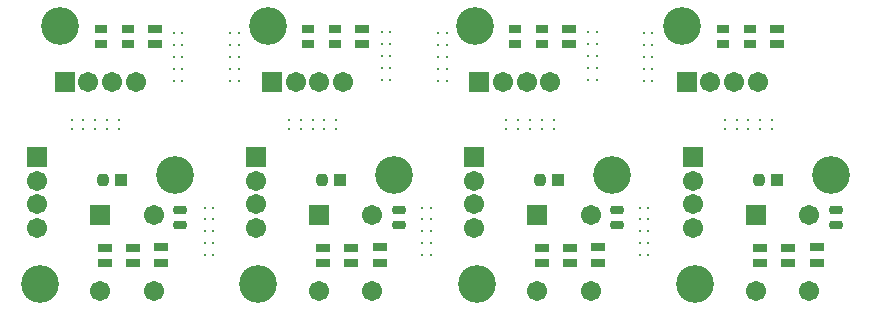
<source format=gts>
G04*
G04 #@! TF.GenerationSoftware,Altium Limited,Altium Designer,20.1.8 (145)*
G04*
G04 Layer_Color=8388736*
%FSLAX25Y25*%
%MOIN*%
G70*
G04*
G04 #@! TF.SameCoordinates,412804ED-27A4-4B33-A170-4839FA9A990F*
G04*
G04*
G04 #@! TF.FilePolarity,Negative*
G04*
G01*
G75*
%ADD28R,0.04540X0.02769*%
G04:AMPARAMS|DCode=29|XSize=27.69mil|YSize=45.4mil|CornerRadius=8.92mil|HoleSize=0mil|Usage=FLASHONLY|Rotation=270.000|XOffset=0mil|YOffset=0mil|HoleType=Round|Shape=RoundedRectangle|*
%AMROUNDEDRECTD29*
21,1,0.02769,0.02756,0,0,270.0*
21,1,0.00984,0.04540,0,0,270.0*
1,1,0.01784,-0.01378,-0.00492*
1,1,0.01784,-0.01378,0.00492*
1,1,0.01784,0.01378,0.00492*
1,1,0.01784,0.01378,-0.00492*
%
%ADD29ROUNDEDRECTD29*%
G04:AMPARAMS|DCode=30|XSize=39.5mil|YSize=39.5mil|CornerRadius=11.87mil|HoleSize=0mil|Usage=FLASHONLY|Rotation=0.000|XOffset=0mil|YOffset=0mil|HoleType=Round|Shape=RoundedRectangle|*
%AMROUNDEDRECTD30*
21,1,0.03950,0.01575,0,0,0.0*
21,1,0.01575,0.03950,0,0,0.0*
1,1,0.02375,0.00787,-0.00787*
1,1,0.02375,-0.00787,-0.00787*
1,1,0.02375,-0.00787,0.00787*
1,1,0.02375,0.00787,0.00787*
%
%ADD30ROUNDEDRECTD30*%
%ADD31R,0.03950X0.03950*%
%ADD32R,0.04343X0.02769*%
%ADD33C,0.00922*%
%ADD34C,0.00800*%
%ADD35C,0.12611*%
%ADD36C,0.06706*%
%ADD37R,0.06706X0.06706*%
%ADD38R,0.06706X0.06706*%
D28*
X54894Y15114D02*
D03*
Y20232D02*
D03*
X35996Y20126D02*
D03*
Y15008D02*
D03*
X45445Y15008D02*
D03*
Y20126D02*
D03*
X127728Y15114D02*
D03*
Y20232D02*
D03*
X108831Y20126D02*
D03*
Y15008D02*
D03*
X118280Y15008D02*
D03*
Y20126D02*
D03*
X200563Y15114D02*
D03*
Y20232D02*
D03*
X181665Y20126D02*
D03*
Y15008D02*
D03*
X191114Y15008D02*
D03*
Y20126D02*
D03*
X273398Y15114D02*
D03*
Y20232D02*
D03*
X254500Y20126D02*
D03*
Y15008D02*
D03*
X263949Y15008D02*
D03*
Y20126D02*
D03*
X260067Y87933D02*
D03*
Y93051D02*
D03*
X190945Y87933D02*
D03*
Y93051D02*
D03*
X121823Y87933D02*
D03*
Y93051D02*
D03*
X52701Y87933D02*
D03*
Y93051D02*
D03*
D29*
X61193Y32651D02*
D03*
Y27533D02*
D03*
X134028Y32651D02*
D03*
Y27533D02*
D03*
X206862Y32651D02*
D03*
Y27533D02*
D03*
X279697Y32651D02*
D03*
Y27533D02*
D03*
D30*
X35602Y42764D02*
D03*
X108437D02*
D03*
X181272D02*
D03*
X254106D02*
D03*
D31*
X41508D02*
D03*
X114342D02*
D03*
X187177D02*
D03*
X260012D02*
D03*
D32*
X242067Y93051D02*
D03*
Y87933D02*
D03*
X251067Y93051D02*
D03*
Y87933D02*
D03*
X172945Y93051D02*
D03*
Y87933D02*
D03*
X181945Y93051D02*
D03*
Y87933D02*
D03*
X103823Y93051D02*
D03*
Y87933D02*
D03*
X112823Y93051D02*
D03*
Y87933D02*
D03*
X34701Y93051D02*
D03*
Y87933D02*
D03*
X43701Y93051D02*
D03*
Y87933D02*
D03*
D33*
X215748Y79724D02*
D03*
Y83661D02*
D03*
Y91535D02*
D03*
Y87598D02*
D03*
X218504D02*
D03*
Y91535D02*
D03*
Y83661D02*
D03*
Y79724D02*
D03*
X197244Y80118D02*
D03*
Y84055D02*
D03*
Y91929D02*
D03*
Y87992D02*
D03*
X200000D02*
D03*
Y91929D02*
D03*
Y84055D02*
D03*
Y80118D02*
D03*
X147244Y79724D02*
D03*
Y83661D02*
D03*
Y91535D02*
D03*
Y87598D02*
D03*
X150000D02*
D03*
Y91535D02*
D03*
Y83661D02*
D03*
Y79724D02*
D03*
X128347Y80118D02*
D03*
Y84055D02*
D03*
Y91929D02*
D03*
Y87992D02*
D03*
X131102D02*
D03*
Y91929D02*
D03*
Y84055D02*
D03*
Y80118D02*
D03*
X77953Y79724D02*
D03*
Y83661D02*
D03*
Y91535D02*
D03*
Y87598D02*
D03*
X80709D02*
D03*
Y91535D02*
D03*
Y83661D02*
D03*
Y79724D02*
D03*
X61811D02*
D03*
Y83661D02*
D03*
Y91535D02*
D03*
Y87598D02*
D03*
X59055D02*
D03*
Y91535D02*
D03*
Y83661D02*
D03*
Y79724D02*
D03*
X254528Y59842D02*
D03*
X250591D02*
D03*
X242717D02*
D03*
X246654D02*
D03*
Y62598D02*
D03*
X242717D02*
D03*
X250591D02*
D03*
X254528D02*
D03*
X181693Y59842D02*
D03*
X177756D02*
D03*
X169882D02*
D03*
X173819D02*
D03*
Y62598D02*
D03*
X169882D02*
D03*
X177756D02*
D03*
X181693D02*
D03*
X214370Y29528D02*
D03*
Y25591D02*
D03*
Y17717D02*
D03*
Y21654D02*
D03*
X217126D02*
D03*
Y17717D02*
D03*
Y25591D02*
D03*
Y29528D02*
D03*
X109252Y59842D02*
D03*
X105315D02*
D03*
X97441D02*
D03*
X101378D02*
D03*
Y62598D02*
D03*
X97441D02*
D03*
X105315D02*
D03*
X109252D02*
D03*
X141929Y29528D02*
D03*
Y25591D02*
D03*
Y17717D02*
D03*
Y21654D02*
D03*
X144685D02*
D03*
Y17717D02*
D03*
Y25591D02*
D03*
Y29528D02*
D03*
X36811Y59842D02*
D03*
X32874D02*
D03*
X25000D02*
D03*
X28937D02*
D03*
Y62598D02*
D03*
X25000D02*
D03*
X32874D02*
D03*
X36811D02*
D03*
X69488Y29528D02*
D03*
Y25591D02*
D03*
Y17717D02*
D03*
Y21654D02*
D03*
X72244D02*
D03*
Y17717D02*
D03*
Y25591D02*
D03*
Y29528D02*
D03*
D34*
X215748Y75787D02*
D03*
X218504D02*
D03*
X197244Y76181D02*
D03*
X200000D02*
D03*
X147244Y75787D02*
D03*
X150000D02*
D03*
X128347Y76181D02*
D03*
X131102D02*
D03*
X77953Y75787D02*
D03*
X80709D02*
D03*
X61811D02*
D03*
X59055D02*
D03*
X258465Y59842D02*
D03*
Y62598D02*
D03*
X185630Y59842D02*
D03*
Y62598D02*
D03*
X214370Y33465D02*
D03*
X217126D02*
D03*
X113189Y59842D02*
D03*
Y62598D02*
D03*
X141929Y33465D02*
D03*
X144685D02*
D03*
X40748Y59842D02*
D03*
Y62598D02*
D03*
X69488Y33465D02*
D03*
X72244D02*
D03*
D35*
X59618Y44339D02*
D03*
X14343Y8118D02*
D03*
X132453Y44339D02*
D03*
X87177Y8118D02*
D03*
X205287Y44339D02*
D03*
X160012Y8118D02*
D03*
X278122Y44339D02*
D03*
X232846Y8118D02*
D03*
X228567Y93992D02*
D03*
X159445D02*
D03*
X90323D02*
D03*
X21201D02*
D03*
D36*
X13555Y26728D02*
D03*
Y42476D02*
D03*
Y34602D02*
D03*
X34618Y5559D02*
D03*
X52335D02*
D03*
Y31150D02*
D03*
X86390Y26728D02*
D03*
Y42476D02*
D03*
Y34602D02*
D03*
X107453Y5559D02*
D03*
X125169D02*
D03*
Y31150D02*
D03*
X159224Y26728D02*
D03*
Y42476D02*
D03*
Y34602D02*
D03*
X180287Y5559D02*
D03*
X198004D02*
D03*
Y31150D02*
D03*
X232059Y26728D02*
D03*
Y42476D02*
D03*
Y34602D02*
D03*
X253122Y5559D02*
D03*
X270839D02*
D03*
Y31150D02*
D03*
X253689Y75492D02*
D03*
X237941D02*
D03*
X245815D02*
D03*
X184567D02*
D03*
X168819D02*
D03*
X176693D02*
D03*
X115445D02*
D03*
X99697D02*
D03*
X107571D02*
D03*
X46323D02*
D03*
X30575D02*
D03*
X38449D02*
D03*
D37*
X13555Y50350D02*
D03*
X34618Y31150D02*
D03*
X86390Y50350D02*
D03*
X107453Y31150D02*
D03*
X159224Y50350D02*
D03*
X180287Y31150D02*
D03*
X232059Y50350D02*
D03*
X253122Y31150D02*
D03*
D38*
X230067Y75492D02*
D03*
X160945D02*
D03*
X91823D02*
D03*
X22701D02*
D03*
M02*

</source>
